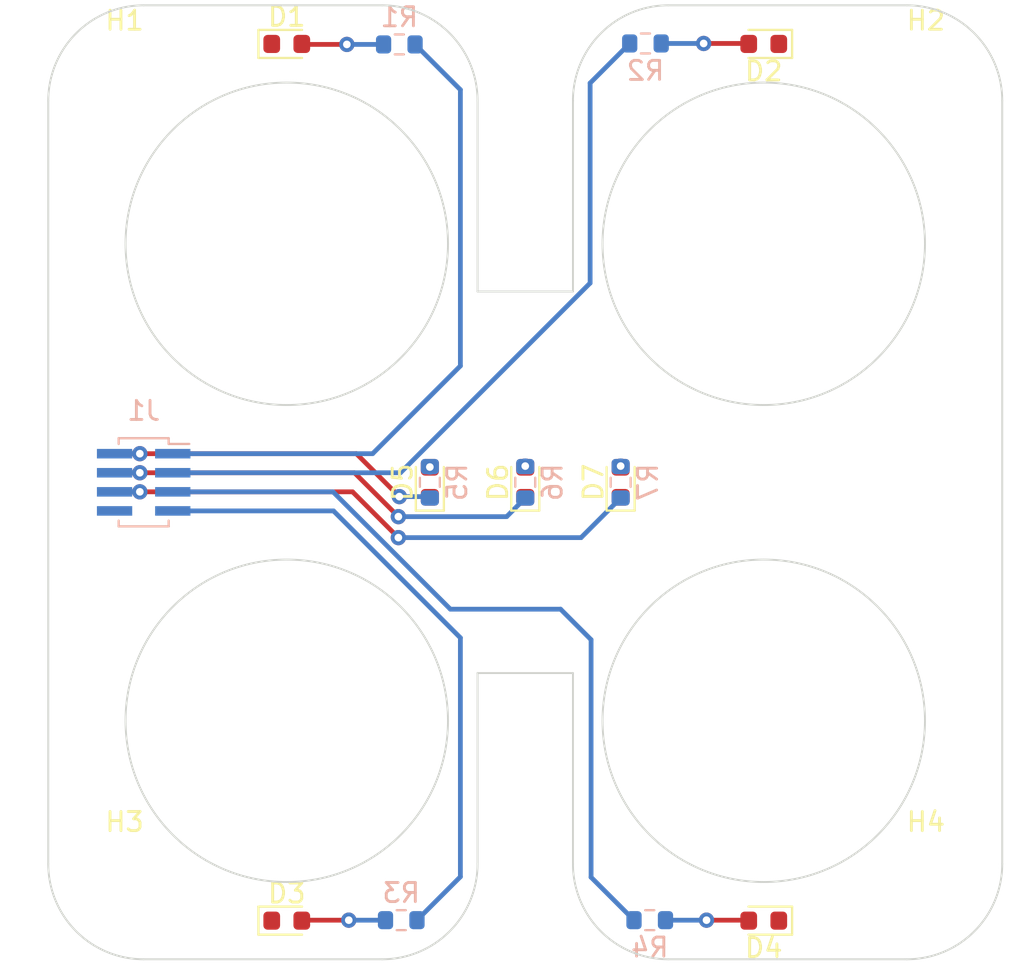
<source format=kicad_pcb>
(kicad_pcb (version 20221018) (generator pcbnew)
  (layers (0 "F.Cu" signal) (31 "B.Cu" signal) (34 "B.Paste" user) (35 "F.Paste" user) (36 "B.SilkS" user "B.Silkscreen") (37 "F.SilkS" user "F.Silkscreen") (38 "B.Mask" user) (39 "F.Mask" user) (44 "Edge.Cuts" user))
  (net 0 "")
  (net 1 "GND")
  (net 2 "Net-(D1-A)")
  (net 3 "Net-(D2-A)")
  (net 4 "Net-(D3-A)")
  (net 5 "Net-(D4-A)")
  (net 6 "Net-(D5-A)")
  (net 7 "Net-(D6-A)")
  (net 8 "Net-(D7-A)")
  (net 9 "Net-(J1-Pin_1)")
  (net 10 "Net-(J1-Pin_2)")
  (net 11 "Net-(J1-Pin_3)")
  (net 12 "Net-(J1-Pin_4)")
  (net 13 "Net-(J1-Pin_5)")
  (net 14 "Net-(J1-Pin_6)")
  (net 15 "Net-(J1-Pin_7)")
  (footprint "LED_SMD:LED_0603_1608Metric" (layer "F.Cu") (at 131.3 60.625)
    (fp_text reference "D1" (at 0 -1.43) (layer "F.SilkS"))
    (fp_text value "LED")
    (fp_line (start -1.485 -0.735) (end -1.485 0.735) (stroke (width 0.12)) (layer "F.SilkS"))
    (fp_line (start -1.485 0.735) (end 0.8 0.735) (stroke (width 0.12)) (layer "F.SilkS"))
    (fp_line (start 0.8 -0.735) (end -1.485 -0.735) (stroke (width 0.12)) (layer "F.SilkS"))
    (pad "1" smd roundrect (at -0.7875 0) (size 0.875 0.95) (layers "F.Cu" "F.Paste" "F.Mask") (net 1 "GND"))
    (pad "2" smd roundrect (at 0.7875 0) (size 0.875 0.95) (layers "F.Cu" "F.Paste" "F.Mask") (net 2 "Net-(D1-A)"))
  )
  (footprint "MountingHole:MountingHole_2.2mm_M2" (layer "F.Cu") (at 164.8 62.6)
    (fp_text reference "H2" (at 0 -3.2) (layer "F.SilkS"))
    (fp_text value "MountingHole")
    (pad "" np_thru_hole circle (at 0 0) (size 2.2 2.2) (drill 2.2) (layers "*.Cu" "*.Mask"))
  )
  (footprint "MountingHole:MountingHole_2.2mm_M2" (layer "F.Cu") (at 164.8 104.6)
    (fp_text reference "H4" (at 0 -3.2) (layer "F.SilkS"))
    (fp_text value "MountingHole")
    (pad "" np_thru_hole circle (at 0 0) (size 2.2 2.2) (drill 2.2) (layers "*.Cu" "*.Mask"))
  )
  (footprint "LED_SMD:LED_0603_1608Metric" (layer "F.Cu") (at 138.8 83.6 90)
    (fp_text reference "D5" (at 0 -1.43 90) (layer "F.SilkS"))
    (fp_text value "LED")
    (fp_line (start -1.485 -0.735) (end -1.485 0.735) (stroke (width 0.12)) (layer "F.SilkS"))
    (fp_line (start -1.485 0.735) (end 0.8 0.735) (stroke (width 0.12)) (layer "F.SilkS"))
    (fp_line (start 0.8 -0.735) (end -1.485 -0.735) (stroke (width 0.12)) (layer "F.SilkS"))
    (pad "1" smd roundrect (at -0.7875 0 90) (size 0.875 0.95) (layers "F.Cu" "F.Paste" "F.Mask") (net 1 "GND"))
    (pad "2" smd roundrect (at 0.7875 0 90) (size 0.875 0.95) (layers "F.Cu" "F.Paste" "F.Mask") (net 6 "Net-(D5-A)"))
  )
  (footprint "LED_SMD:LED_0603_1608Metric" (layer "F.Cu") (at 148.8 83.6 90)
    (fp_text reference "D7" (at 0 -1.43 90) (layer "F.SilkS"))
    (fp_text value "LED")
    (fp_line (start -1.485 -0.735) (end -1.485 0.735) (stroke (width 0.12)) (layer "F.SilkS"))
    (fp_line (start -1.485 0.735) (end 0.8 0.735) (stroke (width 0.12)) (layer "F.SilkS"))
    (fp_line (start 0.8 -0.735) (end -1.485 -0.735) (stroke (width 0.12)) (layer "F.SilkS"))
    (pad "1" smd roundrect (at -0.7875 0 90) (size 0.875 0.95) (layers "F.Cu" "F.Paste" "F.Mask") (net 1 "GND"))
    (pad "2" smd roundrect (at 0.7875 0 90) (size 0.875 0.95) (layers "F.Cu" "F.Paste" "F.Mask") (net 8 "Net-(D7-A)"))
  )
  (footprint "LED_SMD:LED_0603_1608Metric" (layer "F.Cu") (at 143.8 83.6 90)
    (fp_text reference "D6" (at 0 -1.43 90) (layer "F.SilkS"))
    (fp_text value "LED")
    (fp_line (start -1.485 -0.735) (end -1.485 0.735) (stroke (width 0.12)) (layer "F.SilkS"))
    (fp_line (start -1.485 0.735) (end 0.8 0.735) (stroke (width 0.12)) (layer "F.SilkS"))
    (fp_line (start 0.8 -0.735) (end -1.485 -0.735) (stroke (width 0.12)) (layer "F.SilkS"))
    (pad "1" smd roundrect (at -0.7875 0 90) (size 0.875 0.95) (layers "F.Cu" "F.Paste" "F.Mask") (net 1 "GND"))
    (pad "2" smd roundrect (at 0.7875 0 90) (size 0.875 0.95) (layers "F.Cu" "F.Paste" "F.Mask") (net 7 "Net-(D6-A)"))
  )
  (footprint "MountingHole:MountingHole_2.2mm_M2" (layer "F.Cu") (at 122.8 62.6)
    (fp_text reference "H1" (at 0 -3.2) (layer "F.SilkS"))
    (fp_text value "MountingHole")
    (pad "" np_thru_hole circle (at 0 0) (size 2.2 2.2) (drill 2.2) (layers "*.Cu" "*.Mask"))
  )
  (footprint "LED_SMD:LED_0603_1608Metric" (layer "F.Cu") (at 156.3 106.575 180)
    (fp_text reference "D4" (at 0 -1.43) (layer "F.SilkS"))
    (fp_text value "LED")
    (fp_line (start -1.485 -0.735) (end -1.485 0.735) (stroke (width 0.12)) (layer "F.SilkS"))
    (fp_line (start -1.485 0.735) (end 0.8 0.735) (stroke (width 0.12)) (layer "F.SilkS"))
    (fp_line (start 0.8 -0.735) (end -1.485 -0.735) (stroke (width 0.12)) (layer "F.SilkS"))
    (pad "1" smd roundrect (at -0.7875 0 180) (size 0.875 0.95) (layers "F.Cu" "F.Paste" "F.Mask") (net 1 "GND"))
    (pad "2" smd roundrect (at 0.7875 0 180) (size 0.875 0.95) (layers "F.Cu" "F.Paste" "F.Mask") (net 5 "Net-(D4-A)"))
  )
  (footprint "LED_SMD:LED_0603_1608Metric" (layer "F.Cu") (at 156.3 60.625 180)
    (fp_text reference "D2" (at 0 -1.43) (layer "F.SilkS"))
    (fp_text value "LED")
    (fp_line (start -1.485 -0.735) (end -1.485 0.735) (stroke (width 0.12)) (layer "F.SilkS"))
    (fp_line (start -1.485 0.735) (end 0.8 0.735) (stroke (width 0.12)) (layer "F.SilkS"))
    (fp_line (start 0.8 -0.735) (end -1.485 -0.735) (stroke (width 0.12)) (layer "F.SilkS"))
    (pad "1" smd roundrect (at -0.7875 0 180) (size 0.875 0.95) (layers "F.Cu" "F.Paste" "F.Mask") (net 1 "GND"))
    (pad "2" smd roundrect (at 0.7875 0 180) (size 0.875 0.95) (layers "F.Cu" "F.Paste" "F.Mask") (net 3 "Net-(D2-A)"))
  )
  (footprint "MountingHole:MountingHole_2.2mm_M2" (layer "F.Cu") (at 122.8 104.6)
    (fp_text reference "H3" (at 0 -3.2) (layer "F.SilkS"))
    (fp_text value "MountingHole")
    (pad "" np_thru_hole circle (at 0 0) (size 2.2 2.2) (drill 2.2) (layers "*.Cu" "*.Mask"))
  )
  (footprint "LED_SMD:LED_0603_1608Metric" (layer "F.Cu") (at 131.3 106.575)
    (fp_text reference "D3" (at 0 -1.43) (layer "F.SilkS"))
    (fp_text value "LED")
    (fp_line (start -1.485 -0.735) (end -1.485 0.735) (stroke (width 0.12)) (layer "F.SilkS"))
    (fp_line (start -1.485 0.735) (end 0.8 0.735) (stroke (width 0.12)) (layer "F.SilkS"))
    (fp_line (start 0.8 -0.735) (end -1.485 -0.735) (stroke (width 0.12)) (layer "F.SilkS"))
    (pad "1" smd roundrect (at -0.7875 0) (size 0.875 0.95) (layers "F.Cu" "F.Paste" "F.Mask") (net 1 "GND"))
    (pad "2" smd roundrect (at 0.7875 0) (size 0.875 0.95) (layers "F.Cu" "F.Paste" "F.Mask") (net 4 "Net-(D3-A)"))
  )
  (footprint "Connector_PinSocket_1.00mm:PinSocket_2x04_P1.00mm_Vertical_SMD" (layer "B.Cu") (at 123.8 83.6 180)
    (fp_text reference "J1" (at 0 3.75) (layer "B.SilkS") (effects (justify mirror)))
    (fp_text value "Conn_01x08_Socket")
    (fp_line (start -1.31 -2.01) (end -1.31 -2.31) (stroke (width 0.12)) (layer "B.SilkS"))
    (fp_line (start -1.31 2.01) (end -2.39 2.01) (stroke (width 0.12)) (layer "B.SilkS"))
    (fp_line (start -1.31 2.31) (end -1.31 2.01) (stroke (width 0.12)) (layer "B.SilkS"))
    (fp_line (start 1.31 -2.31) (end -1.31 -2.31) (stroke (width 0.12)) (layer "B.SilkS"))
    (fp_line (start 1.31 -2.01) (end 1.31 -2.31) (stroke (width 0.12)) (layer "B.SilkS"))
    (fp_line (start 1.31 2.31) (end -1.31 2.31) (stroke (width 0.12)) (layer "B.SilkS"))
    (fp_line (start 1.31 2.31) (end 1.31 2.01) (stroke (width 0.12)) (layer "B.SilkS"))
    (pad "1" smd rect (at -1.525 1.5 180) (size 1.85 0.5) (layers "B.Cu" "B.Paste" "B.Mask") (net 9 "Net-(J1-Pin_1)"))
    (pad "2" smd rect (at 1.525 1.5 180) (size 1.85 0.5) (layers "B.Cu" "B.Paste" "B.Mask") (net 10 "Net-(J1-Pin_2)"))
    (pad "3" smd rect (at -1.525 0.5 180) (size 1.85 0.5) (layers "B.Cu" "B.Paste" "B.Mask") (net 11 "Net-(J1-Pin_3)"))
    (pad "4" smd rect (at 1.525 0.5 180) (size 1.85 0.5) (layers "B.Cu" "B.Paste" "B.Mask") (net 12 "Net-(J1-Pin_4)"))
    (pad "5" smd rect (at -1.525 -0.5 180) (size 1.85 0.5) (layers "B.Cu" "B.Paste" "B.Mask") (net 13 "Net-(J1-Pin_5)"))
    (pad "6" smd rect (at 1.525 -0.5 180) (size 1.85 0.5) (layers "B.Cu" "B.Paste" "B.Mask") (net 14 "Net-(J1-Pin_6)"))
    (pad "7" smd rect (at -1.525 -1.5 180) (size 1.85 0.5) (layers "B.Cu" "B.Paste" "B.Mask") (net 15 "Net-(J1-Pin_7)"))
    (pad "8" smd rect (at 1.525 -1.5 180) (size 1.85 0.5) (layers "B.Cu" "B.Paste" "B.Mask") (net 1 "GND"))
  )
  (footprint "Resistor_SMD:R_0603_1608Metric" (layer "B.Cu") (at 138.8 83.6 90)
    (fp_text reference "R5" (at 0 1.43 90) (layer "B.SilkS") (effects (justify mirror)))
    (fp_text value "R_US")
    (fp_line (start -0.237258 -0.5225) (end 0.237258 -0.5225) (stroke (width 0.12)) (layer "B.SilkS"))
    (fp_line (start -0.237258 0.5225) (end 0.237258 0.5225) (stroke (width 0.12)) (layer "B.SilkS"))
    (pad "1" smd roundrect (at -0.825 0 90) (size 0.8 0.95) (layers "B.Cu" "B.Paste" "B.Mask") (net 10 "Net-(J1-Pin_2)"))
    (pad "2" smd roundrect (at 0.825 0 90) (size 0.8 0.95) (layers "B.Cu" "B.Paste" "B.Mask") (net 6 "Net-(D5-A)"))
  )
  (footprint "Resistor_SMD:R_0603_1608Metric" (layer "B.Cu") (at 150.1 60.6)
    (fp_text reference "R2" (at 0 1.43) (layer "B.SilkS") (effects (justify mirror)))
    (fp_text value "R_US")
    (fp_line (start -0.237258 -0.5225) (end 0.237258 -0.5225) (stroke (width 0.12)) (layer "B.SilkS"))
    (fp_line (start -0.237258 0.5225) (end 0.237258 0.5225) (stroke (width 0.12)) (layer "B.SilkS"))
    (pad "1" smd roundrect (at -0.825 0) (size 0.8 0.95) (layers "B.Cu" "B.Paste" "B.Mask") (net 11 "Net-(J1-Pin_3)"))
    (pad "2" smd roundrect (at 0.825 0) (size 0.8 0.95) (layers "B.Cu" "B.Paste" "B.Mask") (net 3 "Net-(D2-A)"))
  )
  (footprint "Resistor_SMD:R_0603_1608Metric" (layer "B.Cu") (at 143.8 83.6 90)
    (fp_text reference "R6" (at 0 1.43 90) (layer "B.SilkS") (effects (justify mirror)))
    (fp_text value "R_US")
    (fp_line (start -0.237258 -0.5225) (end 0.237258 -0.5225) (stroke (width 0.12)) (layer "B.SilkS"))
    (fp_line (start -0.237258 0.5225) (end 0.237258 0.5225) (stroke (width 0.12)) (layer "B.SilkS"))
    (pad "1" smd roundrect (at -0.825 0 90) (size 0.8 0.95) (layers "B.Cu" "B.Paste" "B.Mask") (net 12 "Net-(J1-Pin_4)"))
    (pad "2" smd roundrect (at 0.825 0 90) (size 0.8 0.95) (layers "B.Cu" "B.Paste" "B.Mask") (net 7 "Net-(D6-A)"))
  )
  (footprint "Resistor_SMD:R_0603_1608Metric" (layer "B.Cu") (at 137.3 106.55 180)
    (fp_text reference "R3" (at 0 1.43) (layer "B.SilkS") (effects (justify mirror)))
    (fp_text value "R_US")
    (fp_line (start -0.237258 -0.5225) (end 0.237258 -0.5225) (stroke (width 0.12)) (layer "B.SilkS"))
    (fp_line (start -0.237258 0.5225) (end 0.237258 0.5225) (stroke (width 0.12)) (layer "B.SilkS"))
    (pad "1" smd roundrect (at -0.825 0 180) (size 0.8 0.95) (layers "B.Cu" "B.Paste" "B.Mask") (net 15 "Net-(J1-Pin_7)"))
    (pad "2" smd roundrect (at 0.825 0 180) (size 0.8 0.95) (layers "B.Cu" "B.Paste" "B.Mask") (net 4 "Net-(D3-A)"))
  )
  (footprint "Resistor_SMD:R_0603_1608Metric" (layer "B.Cu") (at 148.8 83.6 90)
    (fp_text reference "R7" (at 0 1.43 90) (layer "B.SilkS") (effects (justify mirror)))
    (fp_text value "R_US")
    (fp_line (start -0.237258 -0.5225) (end 0.237258 -0.5225) (stroke (width 0.12)) (layer "B.SilkS"))
    (fp_line (start -0.237258 0.5225) (end 0.237258 0.5225) (stroke (width 0.12)) (layer "B.SilkS"))
    (pad "1" smd roundrect (at -0.825 0 90) (size 0.8 0.95) (layers "B.Cu" "B.Paste" "B.Mask") (net 14 "Net-(J1-Pin_6)"))
    (pad "2" smd roundrect (at 0.825 0 90) (size 0.8 0.95) (layers "B.Cu" "B.Paste" "B.Mask") (net 8 "Net-(D7-A)"))
  )
  (footprint "Resistor_SMD:R_0603_1608Metric" (layer "B.Cu") (at 137.2 60.65 180)
    (fp_text reference "R1" (at 0 1.43) (layer "B.SilkS") (effects (justify mirror)))
    (fp_text value "R_US")
    (fp_line (start -0.237258 -0.5225) (end 0.237258 -0.5225) (stroke (width 0.12)) (layer "B.SilkS"))
    (fp_line (start -0.237258 0.5225) (end 0.237258 0.5225) (stroke (width 0.12)) (layer "B.SilkS"))
    (pad "1" smd roundrect (at -0.825 0 180) (size 0.8 0.95) (layers "B.Cu" "B.Paste" "B.Mask") (net 9 "Net-(J1-Pin_1)"))
    (pad "2" smd roundrect (at 0.825 0 180) (size 0.8 0.95) (layers "B.Cu" "B.Paste" "B.Mask") (net 2 "Net-(D1-A)"))
  )
  (footprint "Resistor_SMD:R_0603_1608Metric" (layer "B.Cu") (at 150.325 106.55)
    (fp_text reference "R4" (at 0 1.43) (layer "B.SilkS") (effects (justify mirror)))
    (fp_text value "R_US")
    (fp_line (start -0.237258 -0.5225) (end 0.237258 -0.5225) (stroke (width 0.12)) (layer "B.SilkS"))
    (fp_line (start -0.237258 0.5225) (end 0.237258 0.5225) (stroke (width 0.12)) (layer "B.SilkS"))
    (pad "1" smd roundrect (at -0.825 0) (size 0.8 0.95) (layers "B.Cu" "B.Paste" "B.Mask") (net 13 "Net-(J1-Pin_5)"))
    (pad "2" smd roundrect (at 0.825 0) (size 0.8 0.95) (layers "B.Cu" "B.Paste" "B.Mask") (net 5 "Net-(D4-A)"))
  )
  (gr_line (start 141.3 73.6) (end 141.3 63.6) (stroke (width 0.1)) (layer "Edge.Cuts"))
  (gr_arc (start 168.8 103.6) (mid 167.335534 107.135534) (end 163.8 108.6) (stroke (width 0.1)) (layer "Edge.Cuts"))
  (gr_line (start 141.3 93.6) (end 146.3 93.6) (stroke (width 0.1)) (layer "Edge.Cuts"))
  (gr_circle (center 131.3 71.1) (end 139.75 71.1) (stroke (width 0.1)) (fill none) (layer "Edge.Cuts"))
  (gr_line (start 146.3 93.6) (end 146.3 103.6) (stroke (width 0.1)) (layer "Edge.Cuts"))
  (gr_circle (center 156.3 71.1) (end 164.75 71.1) (stroke (width 0.1)) (fill none) (layer "Edge.Cuts"))
  (gr_arc (start 146.3 63.6) (mid 147.764466 60.064466) (end 151.3 58.6) (stroke (width 0.1)) (layer "Edge.Cuts"))
  (gr_line (start 146.3 73.6) (end 141.3 73.6) (stroke (width 0.1)) (layer "Edge.Cuts"))
  (gr_circle (center 156.3 96.1) (end 164.75 96.1) (stroke (width 0.1)) (fill none) (layer "Edge.Cuts"))
  (gr_circle (center 131.3 96.1) (end 139.75 96.1) (stroke (width 0.1)) (fill none) (layer "Edge.Cuts"))
  (gr_line (start 163.8 58.6) (end 151.3 58.6) (stroke (width 0.1)) (layer "Edge.Cuts"))
  (gr_line (start 146.3 63.6) (end 146.3 73.6) (stroke (width 0.1)) (layer "Edge.Cuts"))
  (gr_line (start 168.8 63.6) (end 168.8 103.6) (stroke (width 0.1)) (layer "Edge.Cuts"))
  (gr_line (start 118.8 63.6) (end 118.8 103.6) (stroke (width 0.1)) (layer "Edge.Cuts"))
  (gr_line (start 136.3 108.6) (end 123.8 108.6) (stroke (width 0.1)) (layer "Edge.Cuts"))
  (gr_line (start 136.3 58.6) (end 123.8 58.6) (stroke (width 0.1)) (layer "Edge.Cuts"))
  (gr_arc (start 141.3 103.6) (mid 139.835534 107.135534) (end 136.3 108.6) (stroke (width 0.1)) (layer "Edge.Cuts"))
  (gr_arc (start 123.8 108.6) (mid 120.264466 107.135534) (end 118.8 103.6) (stroke (width 0.1)) (layer "Edge.Cuts"))
  (gr_arc (start 136.3 58.6) (mid 139.835534 60.064466) (end 141.3 63.6) (stroke (width 0.1)) (layer "Edge.Cuts"))
  (gr_line (start 141.3 103.6) (end 141.3 93.6) (stroke (width 0.1)) (layer "Edge.Cuts"))
  (gr_line (start 163.8 108.6) (end 151.3 108.6) (stroke (width 0.1)) (layer "Edge.Cuts"))
  (gr_arc (start 151.3 108.6) (mid 147.764466 107.135534) (end 146.3 103.6) (stroke (width 0.1)) (layer "Edge.Cuts"))
  (gr_arc (start 118.8 63.6) (mid 120.264466 60.064466) (end 123.8 58.6) (stroke (width 0.1)) (layer "Edge.Cuts"))
  (gr_arc (start 163.8 58.6) (mid 167.335534 60.064466) (end 168.8 63.6) (stroke (width 0.1)) (layer "Edge.Cuts"))
  (segment (start 134.45 60.65) (end 132.1125 60.65) (width 0.25) (layer "F.Cu") (net 2))
  (segment (start 132.1125 60.65) (end 132.0875 60.625) (width 0.25) (layer "F.Cu") (net 2))
  (via (at 134.45 60.65) (size 0.8) (drill 0.4) (layers "F.Cu" "B.Cu") (net 2))
  (segment (start 136.375 60.65) (end 134.45 60.65) (width 0.25) (layer "B.Cu") (net 2))
  (segment (start 153.15 60.6) (end 155.4875 60.6) (width 0.25) (layer "F.Cu") (net 3))
  (segment (start 155.4875 60.6) (end 155.5125 60.625) (width 0.25) (layer "F.Cu") (net 3))
  (via (at 153.15 60.6) (size 0.8) (drill 0.4) (layers "F.Cu" "B.Cu") (net 3))
  (segment (start 150.925 60.6) (end 153.15 60.6) (width 0.25) (layer "B.Cu") (net 3))
  (segment (start 132.1125 106.55) (end 132.0875 106.575) (width 0.25) (layer "F.Cu") (net 4))
  (segment (start 134.55 106.55) (end 132.1125 106.55) (width 0.25) (layer "F.Cu") (net 4))
  (via (at 134.55 106.55) (size 0.8) (drill 0.4) (layers "F.Cu" "B.Cu") (net 4))
  (segment (start 136.475 106.55) (end 134.55 106.55) (width 0.25) (layer "B.Cu") (net 4))
  (segment (start 155.4875 106.55) (end 155.5125 106.575) (width 0.25) (layer "F.Cu") (net 5))
  (segment (start 153.3 106.55) (end 155.4875 106.55) (width 0.25) (layer "F.Cu") (net 5))
  (via (at 153.3 106.55) (size 0.8) (drill 0.4) (layers "F.Cu" "B.Cu") (net 5))
  (segment (start 151.15 106.55) (end 153.3 106.55) (width 0.25) (layer "B.Cu") (net 5))
  (via (at 138.8 82.8) (size 0.8) (drill 0.4) (layers "F.Cu" "B.Cu") (net 6))
  (via (at 143.8 82.75) (size 0.8) (drill 0.4) (layers "F.Cu" "B.Cu") (net 7))
  (via (at 148.8 82.75) (size 0.8) (drill 0.4) (layers "F.Cu" "B.Cu") (net 8))
  (segment (start 140.4 77.5) (end 140.4 63.025) (width 0.25) (layer "B.Cu") (net 9))
  (segment (start 140.4 63.025) (end 138.025 60.65) (width 0.25) (layer "B.Cu") (net 9))
  (segment (start 135.8 82.1) (end 140.4 77.5) (width 0.25) (layer "B.Cu") (net 9))
  (segment (start 125.325 82.1) (end 135.8 82.1) (width 0.25) (layer "B.Cu") (net 9))
  (segment (start 134.95 82.1) (end 137.2 84.35) (width 0.25) (layer "F.Cu") (net 10))
  (segment (start 123.6 82.1) (end 134.95 82.1) (width 0.25) (layer "F.Cu") (net 10))
  (via (at 137.2 84.35) (size 0.8) (drill 0.4) (layers "F.Cu" "B.Cu") (net 10))
  (via (at 123.6 82.1) (size 0.8) (drill 0.4) (layers "F.Cu" "B.Cu") (net 10))
  (segment (start 122.275 82.1) (end 123.6 82.1) (width 0.25) (layer "B.Cu") (net 10))
  (segment (start 138.725 84.35) (end 138.8 84.425) (width 0.25) (layer "B.Cu") (net 10))
  (segment (start 137.2 84.35) (end 138.725 84.35) (width 0.25) (layer "B.Cu") (net 10))
  (segment (start 147.2 62.675) (end 149.275 60.6) (width 0.25) (layer "B.Cu") (net 11))
  (segment (start 125.325 83.1) (end 137.257538 83.1) (width 0.25) (layer "B.Cu") (net 11))
  (segment (start 137.257538 83.1) (end 147.2 73.157538) (width 0.25) (layer "B.Cu") (net 11))
  (segment (start 147.2 73.157538) (end 147.2 62.675) (width 0.25) (layer "B.Cu") (net 11))
  (segment (start 123.6 83.099503) (end 134.849503 83.099503) (width 0.25) (layer "F.Cu") (net 12))
  (segment (start 134.849503 83.099503) (end 137.15 85.4) (width 0.25) (layer "F.Cu") (net 12))
  (via (at 123.6 83.099503) (size 0.8) (drill 0.4) (layers "F.Cu" "B.Cu") (net 12))
  (via (at 137.15 85.4) (size 0.8) (drill 0.4) (layers "F.Cu" "B.Cu") (net 12))
  (segment (start 122.275 83.1) (end 123.599503 83.1) (width 0.25) (layer "B.Cu") (net 12))
  (segment (start 123.599503 83.1) (end 123.6 83.099503) (width 0.25) (layer "B.Cu") (net 12))
  (segment (start 142.825 85.4) (end 143.8 84.425) (width 0.25) (layer "B.Cu") (net 12))
  (segment (start 137.15 85.4) (end 142.825 85.4) (width 0.25) (layer "B.Cu") (net 12))
  (segment (start 145.65 90.25) (end 147.25 91.85) (width 0.25) (layer "B.Cu") (net 13))
  (segment (start 147.25 104.3) (end 149.5 106.55) (width 0.25) (layer "B.Cu") (net 13))
  (segment (start 133.724695 84.1) (end 139.874695 90.25) (width 0.25) (layer "B.Cu") (net 13))
  (segment (start 125.325 84.1) (end 133.724695 84.1) (width 0.25) (layer "B.Cu") (net 13))
  (segment (start 147.25 91.85) (end 147.25 104.3) (width 0.25) (layer "B.Cu") (net 13))
  (segment (start 139.874695 90.25) (end 145.65 90.25) (width 0.25) (layer "B.Cu") (net 13))
  (segment (start 123.6 84.099006) (end 134.749006 84.099006) (width 0.25) (layer "F.Cu") (net 14))
  (segment (start 134.749006 84.099006) (end 137.15 86.5) (width 0.25) (layer "F.Cu") (net 14))
  (via (at 137.15 86.5) (size 0.8) (drill 0.4) (layers "F.Cu" "B.Cu") (net 14))
  (via (at 123.6 84.099006) (size 0.8) (drill 0.4) (layers "F.Cu" "B.Cu") (net 14))
  (segment (start 123.599006 84.1) (end 123.6 84.099006) (width 0.25) (layer "B.Cu") (net 14))
  (segment (start 146.725 86.5) (end 148.8 84.425) (width 0.25) (layer "B.Cu") (net 14))
  (segment (start 137.15 86.5) (end 146.725 86.5) (width 0.25) (layer "B.Cu") (net 14))
  (segment (start 122.275 84.1) (end 123.599006 84.1) (width 0.25) (layer "B.Cu") (net 14))
  (segment (start 140.4 91.75) (end 140.4 104.275) (width 0.25) (layer "B.Cu") (net 15))
  (segment (start 133.75 85.1) (end 140.4 91.75) (width 0.25) (layer "B.Cu") (net 15))
  (segment (start 125.325 85.1) (end 133.75 85.1) (width 0.25) (layer "B.Cu") (net 15))
  (segment (start 140.4 104.275) (end 138.125 106.55) (width 0.25) (layer "B.Cu") (net 15))
)
</source>
